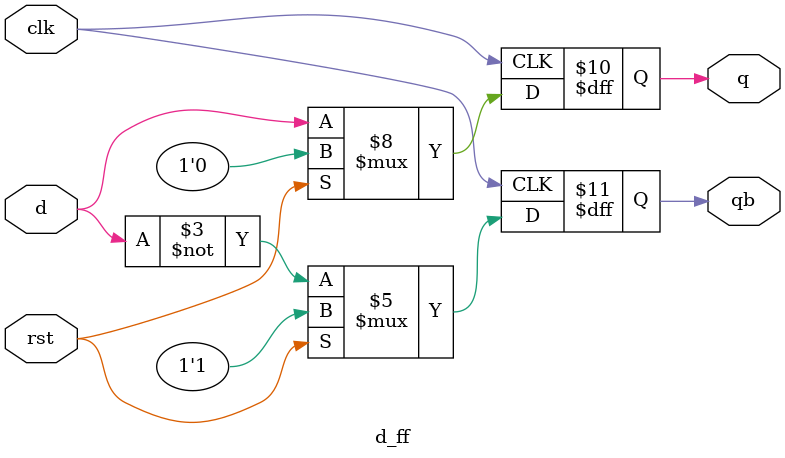
<source format=v>
`timescale 1ns/1ps
module d_ff(d,clk,rst,q,qb);
  input d,clk,rst;
  output reg q,qb;
  always@(posedge clk)begin
     if(rst==1)begin
	   q <= 0;
	   qb <= 1;
	 end
	 else begin
	    q <= d;
	    qb <= ~d;
	 end
  end
endmodule

</source>
